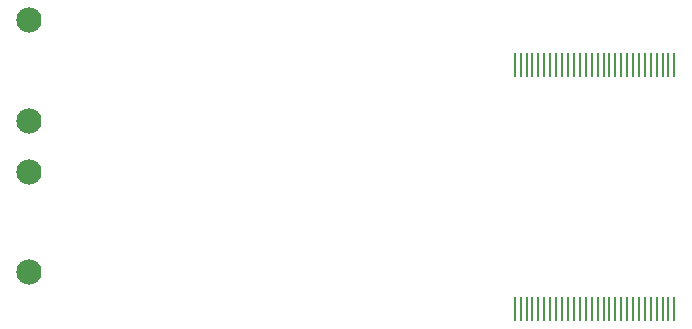
<source format=gtp>
G04 MADE WITH FRITZING*
G04 WWW.FRITZING.ORG*
G04 DOUBLE SIDED*
G04 HOLES PLATED*
G04 CONTOUR ON CENTER OF CONTOUR VECTOR*
%ASAXBY*%
%FSLAX23Y23*%
%MOIN*%
%OFA0B0*%
%SFA1.0B1.0*%
%ADD10C,0.084000*%
%ADD11R,0.009449X0.078740*%
%LNPASTEMASK1*%
G90*
G70*
G54D10*
X113Y933D03*
X113Y1267D03*
X113Y933D03*
X113Y1267D03*
X113Y933D03*
X113Y1267D03*
X112Y1436D03*
X112Y1771D03*
X112Y1436D03*
X112Y1771D03*
X112Y1436D03*
X112Y1771D03*
G54D11*
X2263Y1623D03*
X2243Y1623D03*
X2224Y1623D03*
X2204Y1623D03*
X2184Y1623D03*
X2164Y1623D03*
X2145Y1623D03*
X2125Y1623D03*
X2105Y1623D03*
X2086Y1623D03*
X2066Y1623D03*
X2046Y1623D03*
X2027Y1623D03*
X2007Y1623D03*
X1987Y1623D03*
X1968Y1623D03*
X1948Y1623D03*
X1928Y1623D03*
X1909Y1623D03*
X1889Y1623D03*
X1869Y1623D03*
X1849Y1623D03*
X1830Y1623D03*
X1810Y1623D03*
X1790Y1623D03*
X1771Y1623D03*
X1751Y1623D03*
X1731Y1623D03*
X1731Y808D03*
X1751Y808D03*
X1771Y808D03*
X1790Y808D03*
X1810Y808D03*
X1830Y808D03*
X1849Y808D03*
X1869Y808D03*
X1889Y808D03*
X1909Y808D03*
X1928Y808D03*
X1948Y808D03*
X1968Y808D03*
X1987Y808D03*
X2007Y808D03*
X2027Y808D03*
X2046Y808D03*
X2066Y808D03*
X2086Y808D03*
X2105Y808D03*
X2125Y808D03*
X2145Y808D03*
X2164Y808D03*
X2184Y808D03*
X2204Y808D03*
X2224Y808D03*
X2243Y808D03*
X2263Y808D03*
G04 End of PasteMask1*
M02*
</source>
